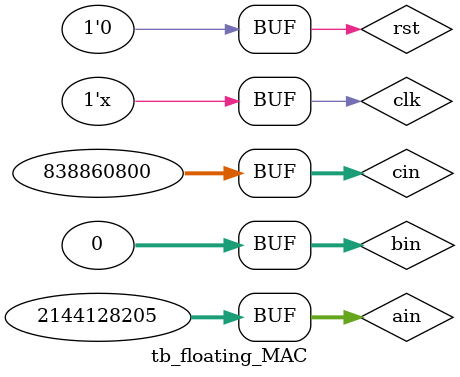
<source format=v>
`timescale 1ns / 1ps


module tb_floating_MAC();

reg[32-1:0] ain;
reg[32-1:0] bin;
reg[32-1:0] cin;
reg rst;
reg clk;
wire [32-1:0] res_fp;
wire dvalid;


initial begin 
    clk<=0;
    rst<=0;
    ain<='h3e19999a;
    bin<='h3e4ccccd;
    cin<='h40400000;
    
    #100 ain= 'h7fcccccd;
    bin = 0;
    cin = 'h32000000;
end

always #5 clk = ~clk;

floating_point_MAC fpUUT(
    .aclk(clk),
    .aresetn(~rst),
    .s_axis_a_tvalid(1'b1),
    .s_axis_b_tvalid(1'b1),
    .s_axis_c_tvalid(1'b1),
    .s_axis_a_tdata(ain),
    .s_axis_b_tdata(bin),
    .s_axis_c_tdata(cin),
    .m_axis_result_tvalid(dvalid),
    .m_axis_result_tdata(res_fp)
);

endmodule

</source>
